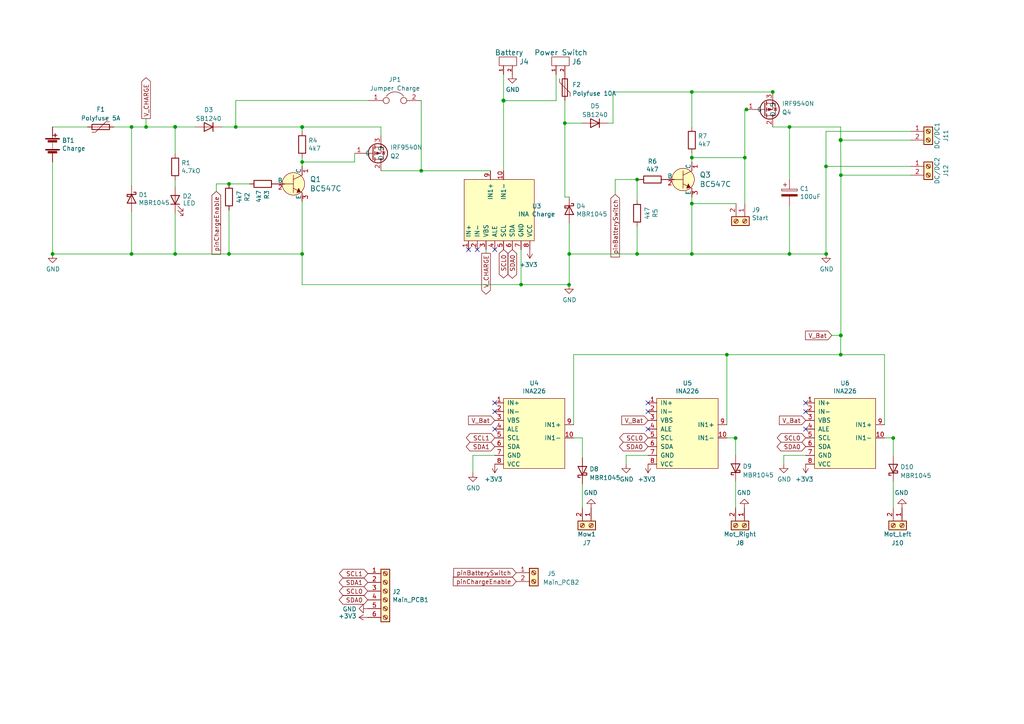
<source format=kicad_sch>
(kicad_sch (version 20211123) (generator eeschema)
  (paper "A4")
  (title_block (title "PowerPCB SMALL") (date "2024-02-08") (rev "v1.00") (comment 1 "Design by S.D") (comment 2 "Designed for TeensyMower/PiPicoMower"))
  (lib_symbols
    (symbol "Connector:Screw_Terminal_01x02" (pin_names (offset 1.016) hide)
      (property "Reference" "J" (at 0 2.54 0))
      (property "Value" "Screw_Terminal_01x02" (at 0 -5.08 0))
      (symbol "Screw_Terminal_01x02_1_1"
        (rectangle (start -1.27 1.27) (end 1.27 -3.81) (stroke (width 0.254)) (fill (type background)))
        (circle (center 0 -2.54) (radius 0.635) (stroke (width 0.1524)))
        (polyline (pts (xy -0.5334 -2.2098) (xy 0.3302 -3.048)) (stroke (width 0.1524)))
        (polyline (pts (xy -0.5334 0.3302) (xy 0.3302 -0.508)) (stroke (width 0.1524)))
        (polyline (pts (xy -0.3556 -2.032) (xy 0.508 -2.8702)) (stroke (width 0.1524)))
        (polyline (pts (xy -0.3556 0.508) (xy 0.508 -0.3302)) (stroke (width 0.1524)))
        (circle (center 0 0) (radius 0.635) (stroke (width 0.1524)))
        (pin passive line (at -5.08 0 0) (length 3.81) (name "Pin_1") (number "1"))
        (pin passive line (at -5.08 -2.54 0) (length 3.81) (name "Pin_2") (number "2"))
      )
    )
    (symbol "Connector:Screw_Terminal_01x06" (pin_names (offset 1.016) hide)
      (property "Reference" "J" (at 0 7.62 0))
      (property "Value" "Screw_Terminal_01x06" (at 0 -10.16 0))
      (symbol "Screw_Terminal_01x06_1_1"
        (rectangle (start -1.27 6.35) (end 1.27 -8.89) (stroke (width 0.254)) (fill (type background)))
        (circle (center 0 -7.62) (radius 0.635) (stroke (width 0.1524)))
        (circle (center 0 -5.08) (radius 0.635) (stroke (width 0.1524)))
        (circle (center 0 -2.54) (radius 0.635) (stroke (width 0.1524)))
        (polyline (pts (xy -0.5334 -7.2898) (xy 0.3302 -8.128)) (stroke (width 0.1524)))
        (polyline (pts (xy -0.5334 -4.7498) (xy 0.3302 -5.588)) (stroke (width 0.1524)))
        (polyline (pts (xy -0.5334 -2.2098) (xy 0.3302 -3.048)) (stroke (width 0.1524)))
        (polyline (pts (xy -0.5334 0.3302) (xy 0.3302 -0.508)) (stroke (width 0.1524)))
        (polyline (pts (xy -0.5334 2.8702) (xy 0.3302 2.032)) (stroke (width 0.1524)))
        (polyline (pts (xy -0.5334 5.4102) (xy 0.3302 4.572)) (stroke (width 0.1524)))
        (polyline (pts (xy -0.3556 -7.112) (xy 0.508 -7.9502)) (stroke (width 0.1524)))
        (polyline (pts (xy -0.3556 -4.572) (xy 0.508 -5.4102)) (stroke (width 0.1524)))
        (polyline (pts (xy -0.3556 -2.032) (xy 0.508 -2.8702)) (stroke (width 0.1524)))
        (polyline (pts (xy -0.3556 0.508) (xy 0.508 -0.3302)) (stroke (width 0.1524)))
        (polyline (pts (xy -0.3556 3.048) (xy 0.508 2.2098)) (stroke (width 0.1524)))
        (polyline (pts (xy -0.3556 5.588) (xy 0.508 4.7498)) (stroke (width 0.1524)))
        (circle (center 0 0) (radius 0.635) (stroke (width 0.1524)))
        (circle (center 0 2.54) (radius 0.635) (stroke (width 0.1524)))
        (circle (center 0 5.08) (radius 0.635) (stroke (width 0.1524)))
        (pin passive line (at -5.08 5.08 0) (length 3.81) (name "Pin_1") (number "1"))
        (pin passive line (at -5.08 2.54 0) (length 3.81) (name "Pin_2") (number "2"))
        (pin passive line (at -5.08 0 0) (length 3.81) (name "Pin_3") (number "3"))
        (pin passive line (at -5.08 -2.54 0) (length 3.81) (name "Pin_4") (number "4"))
        (pin passive line (at -5.08 -5.08 0) (length 3.81) (name "Pin_5") (number "5"))
        (pin passive line (at -5.08 -7.62 0) (length 3.81) (name "Pin_6") (number "6"))
      )
    )
    (symbol "Device:Battery" (pin_numbers hide) (pin_names (offset 0) hide)
      (property "Reference" "BT" (at 2.54 2.54 0))
      (property "Value" "Battery" (at 2.54 0 0))
      (symbol "Battery_0_1"
        (rectangle (start -2.032 -1.397) (end 2.032 -1.651) (fill (type outline)))
        (rectangle (start -2.032 1.778) (end 2.032 1.524) (fill (type outline)))
        (rectangle (start -1.3208 -1.9812) (end 1.27 -2.4892) (fill (type outline)))
        (rectangle (start -1.3208 1.1938) (end 1.27 0.6858) (fill (type outline)))
        (polyline (pts (xy 0 -1.524) (xy 0 -1.27)))
        (polyline (pts (xy 0 -1.016) (xy 0 -0.762)))
        (polyline (pts (xy 0 -0.508) (xy 0 -0.254)))
        (polyline (pts (xy 0 0) (xy 0 0.254)))
        (polyline (pts (xy 0 0.508) (xy 0 0.762)))
        (polyline (pts (xy 0 1.778) (xy 0 2.54)))
        (polyline (pts (xy 0.254 2.667) (xy 1.27 2.667)) (stroke (width 0.254)))
        (polyline (pts (xy 0.762 3.175) (xy 0.762 2.159)) (stroke (width 0.254)))
      )
      (symbol "Battery_1_1"
        (pin passive line (at 0 5.08 270) (length 2.54) (name "+") (number "1"))
        (pin passive line (at 0 -5.08 90) (length 2.54) (name "-") (number "2"))
      )
    )
    (symbol "Device:CP" (pin_numbers hide) (pin_names (offset 0.254))
      (property "Reference" "C" (at 0.635 2.54 0))
      (property "Value" "CP" (at 0.635 -2.54 0))
      (symbol "CP_0_1"
        (rectangle (start -2.286 0.508) (end 2.286 1.016))
        (polyline (pts (xy -1.778 2.286) (xy -0.762 2.286)))
        (polyline (pts (xy -1.27 2.794) (xy -1.27 1.778)))
        (rectangle (start 2.286 -0.508) (end -2.286 -1.016) (fill (type outline)))
      )
      (symbol "CP_1_1"
        (pin passive line (at 0 3.81 270) (length 2.794) (name "~") (number "1"))
        (pin passive line (at 0 -3.81 90) (length 2.794) (name "~") (number "2"))
      )
    )
    (symbol "Device:Jumper" (pin_names (offset 0.762) hide)
      (property "Reference" "JP" (at 0 3.81 0))
      (property "Value" "Jumper" (at 0 -2.032 0))
      (symbol "Jumper_0_1"
        (circle (center -2.54 0) (radius 0.889))
        (arc (start 2.5146 1.27) (mid 0.0078 2.5097) (end -2.4892 1.27))
        (circle (center 2.54 0) (radius 0.889))
        (pin passive line (at -7.62 0 0) (length 4.191) (name "1") (number "1"))
        (pin passive line (at 7.62 0 180) (length 4.191) (name "2") (number "2"))
      )
    )
    (symbol "Device:LED" (pin_numbers hide) (pin_names (offset 1.016) hide)
      (property "Reference" "D" (at 0 2.54 0))
      (property "Value" "LED" (at 0 -2.54 0))
      (symbol "LED_0_1"
        (polyline (pts (xy -1.27 -1.27) (xy -1.27 1.27)) (stroke (width 0.254)))
        (polyline (pts (xy -1.27 0) (xy 1.27 0)))
        (polyline (pts (xy 1.27 -1.27) (xy 1.27 1.27) (xy -1.27 0) (xy 1.27 -1.27)) (stroke (width 0.254)))
        (polyline (pts (xy -3.048 -0.762) (xy -4.572 -2.286) (xy -3.81 -2.286) (xy -4.572 -2.286) (xy -4.572 -1.524)))
        (polyline (pts (xy -1.778 -0.762) (xy -3.302 -2.286) (xy -2.54 -2.286) (xy -3.302 -2.286) (xy -3.302 -1.524)))
      )
      (symbol "LED_1_1"
        (pin passive line (at -3.81 0 0) (length 2.54) (name "K") (number "1"))
        (pin passive line (at 3.81 0 180) (length 2.54) (name "A") (number "2"))
      )
    )
    (symbol "Device:Polyfuse" (pin_numbers hide) (pin_names (offset 0))
      (property "Reference" "F" (at -2.54 0 90))
      (property "Value" "Polyfuse" (at 2.54 0 90))
      (symbol "Polyfuse_0_1"
        (rectangle (start -0.762 2.54) (end 0.762 -2.54) (stroke (width 0.254)))
        (polyline (pts (xy 0 2.54) (xy 0 -2.54)))
        (polyline (pts (xy -1.524 2.54) (xy -1.524 1.524) (xy 1.524 -1.524) (xy 1.524 -2.54)))
      )
      (symbol "Polyfuse_1_1"
        (pin passive line (at 0 3.81 270) (length 1.27) (name "~") (number "1"))
        (pin passive line (at 0 -3.81 90) (length 1.27) (name "~") (number "2"))
      )
    )
    (symbol "Device:R" (pin_numbers hide) (pin_names (offset 0))
      (property "Reference" "R" (at 2.032 0 90))
      (property "Value" "R" (at 0 0 90))
      (symbol "R_0_1"
        (rectangle (start -1.016 -2.54) (end 1.016 2.54) (stroke (width 0.254)))
      )
      (symbol "R_1_1"
        (pin passive line (at 0 3.81 270) (length 1.27) (name "~") (number "1"))
        (pin passive line (at 0 -3.81 90) (length 1.27) (name "~") (number "2"))
      )
    )
    (symbol "Diode:1N5401" (pin_numbers hide) (pin_names (offset 1.016) hide)
      (property "Reference" "D" (at 0 2.54 0))
      (property "Value" "1N5401" (at 0 -2.54 0))
      (symbol "1N5401_0_1"
        (polyline (pts (xy -1.27 1.27) (xy -1.27 -1.27)) (stroke (width 0.254)))
        (polyline (pts (xy 1.27 0) (xy -1.27 0)))
        (polyline (pts (xy 1.27 1.27) (xy 1.27 -1.27) (xy -1.27 0) (xy 1.27 1.27)) (stroke (width 0.254)))
      )
      (symbol "1N5401_1_1"
        (pin passive line (at -3.81 0 0) (length 2.54) (name "K") (number "1"))
        (pin passive line (at 3.81 0 180) (length 2.54) (name "A") (number "2"))
      )
    )
    (symbol "Diode:MBR735" (pin_numbers hide) (pin_names (offset 1.016) hide)
      (property "Reference" "D" (at 0 2.54 0))
      (property "Value" "MBR735" (at 0 -2.54 0))
      (symbol "MBR735_0_1"
        (polyline (pts (xy 1.27 0) (xy -1.27 0)))
        (polyline (pts (xy 1.27 1.27) (xy 1.27 -1.27) (xy -1.27 0) (xy 1.27 1.27)) (stroke (width 0.254)))
        (polyline (pts (xy -1.905 0.635) (xy -1.905 1.27) (xy -1.27 1.27) (xy -1.27 -1.27) (xy -0.635 -1.27) (xy -0.635 -0.635)) (stroke (width 0.254)))
      )
      (symbol "MBR735_1_1"
        (pin passive line (at -3.81 0 0) (length 2.54) (name "K") (number "1"))
        (pin passive line (at 3.81 0 180) (length 2.54) (name "A") (number "2"))
      )
    )
    (symbol "Diode:MBR745" (pin_numbers hide) (pin_names (offset 1.016) hide)
      (property "Reference" "D" (at 0 2.54 0))
      (property "Value" "MBR745" (at 0 -2.54 0))
      (symbol "MBR745_0_1"
        (polyline (pts (xy 1.27 0) (xy -1.27 0)))
        (polyline (pts (xy 1.27 1.27) (xy 1.27 -1.27) (xy -1.27 0) (xy 1.27 1.27)) (stroke (width 0.254)))
        (polyline (pts (xy -1.905 0.635) (xy -1.905 1.27) (xy -1.27 1.27) (xy -1.27 -1.27) (xy -0.635 -1.27) (xy -0.635 -0.635)) (stroke (width 0.254)))
      )
      (symbol "MBR745_1_1"
        (pin passive line (at -3.81 0 0) (length 2.54) (name "K") (number "1"))
        (pin passive line (at 3.81 0 180) (length 2.54) (name "A") (number "2"))
      )
    )
    (symbol "IRF9540N_2"
      (property "Reference" "Q" (at 5.08 1.905 0))
      (property "Value" "IRF9540N_2" (at 5.08 0 0))
      (symbol "IRF9540N_2_0_1"
        (polyline (pts (xy 0.254 0) (xy -2.54 0)))
        (polyline (pts (xy 0.254 1.905) (xy 0.254 -1.905)) (stroke (width 0.254)))
        (polyline (pts (xy 0.762 -1.27) (xy 0.762 -2.286)) (stroke (width 0.254)))
        (polyline (pts (xy 0.762 0.508) (xy 0.762 -0.508)) (stroke (width 0.254)))
        (polyline (pts (xy 0.762 2.286) (xy 0.762 1.27)) (stroke (width 0.254)))
        (polyline (pts (xy 2.54 2.54) (xy 2.54 1.778)))
        (polyline (pts (xy 2.54 -2.54) (xy 2.54 0) (xy 0.762 0)))
        (polyline (pts (xy 0.762 1.778) (xy 3.302 1.778) (xy 3.302 -1.778) (xy 0.762 -1.778)))
        (polyline (pts (xy 2.286 0) (xy 1.27 0.381) (xy 1.27 -0.381) (xy 2.286 0)) (fill (type outline)))
        (polyline (pts (xy 2.794 -0.508) (xy 2.921 -0.381) (xy 3.683 -0.381) (xy 3.81 -0.254)))
        (polyline (pts (xy 3.302 -0.381) (xy 2.921 0.254) (xy 3.683 0.254) (xy 3.302 -0.381)))
        (circle (center 1.651 0) (radius 2.794) (stroke (width 0.254)))
        (circle (center 2.54 -1.778) (radius 0.254) (fill (type outline)))
        (circle (center 2.54 1.778) (radius 0.254) (fill (type outline)))
      )
      (symbol "IRF9540N_2_1_1"
        (pin input line (at -5.08 0 0) (length 2.54) (name "G") (number "1"))
        (pin passive line (at 2.54 5.08 270) (length 2.54) (name "D") (number "2"))
        (pin passive line (at 2.54 -5.08 90) (length 2.54) (name "S") (number "3"))
      )
    )
    (symbol "Mechanical:MountingHole_Pad" (pin_numbers hide) (pin_names (offset 1.016) hide)
      (property "Reference" "H" (at 0 6.35 0))
      (property "Value" "MountingHole_Pad" (at 0 4.445 0))
      (symbol "MountingHole_Pad_0_1"
        (circle (center 0 1.27) (radius 1.27) (stroke (width 1.27)))
      )
      (symbol "MountingHole_Pad_1_1"
        (pin input line (at 0 -2.54 90) (length 2.54) (name "1") (number "1"))
      )
    )
    (symbol "charge_pcb-rescue:BC548BTA-dk_Transistors-Bipolar-BJT-Single-charge_pcb-rescue" (pin_names (offset 0))
      (property "Reference" "Q" (at -3.2004 4.2164 0))
      (property "Value" "BC548BTA-dk_Transistors-Bipolar-BJT-Single-charge_pcb-rescue" (at 5.2324 0 90))
      (symbol "BC548BTA-dk_Transistors-Bipolar-BJT-Single-charge_pcb-rescue_0_1"
        (polyline (pts (xy -3.81 0) (xy -2.54 0)))
        (polyline (pts (xy -3.556 0) (xy 0 0)))
        (polyline (pts (xy 0 -1.27) (xy 2.54 -2.54)))
        (polyline (pts (xy 0 1.27) (xy 2.54 2.54)))
        (polyline (pts (xy 0 2.54) (xy 0 -2.54)))
        (polyline (pts (xy 1.524 -1.27) (xy 2.032 -2.286) (xy 1.016 -2.54) (xy 1.524 -1.27)) (fill (type outline)))
        (circle (center 0 0) (radius 3.2512) (fill (type background)))
      )
      (symbol "BC548BTA-dk_Transistors-Bipolar-BJT-Single-charge_pcb-rescue_1_1"
        (pin passive line (at 2.54 5.08 270) (length 2.54) (name "C") (number "1"))
        (pin input line (at -5.08 0 0) (length 2.54) (name "B") (number "2"))
        (pin passive line (at 2.54 -5.08 90) (length 2.54) (name "E") (number "3"))
      )
    )
    (symbol "charge_pcb-rescue:GND-Lötpad_2,5mm-charge_pcb-rescue" (power) (pin_names (offset 0))
      (property "Value" "GND-Lötpad_2,5mm-charge_pcb-rescue" (at 0 -3.81 0))
      (symbol "GND-Lötpad_2,5mm-charge_pcb-rescue_0_1"
        (polyline (pts (xy 0 0) (xy 0 -1.27) (xy 1.27 -1.27) (xy 0 -2.54) (xy -1.27 -1.27) (xy 0 -1.27)))
      )
      (symbol "GND-Lötpad_2,5mm-charge_pcb-rescue_1_1"
        (pin power_in line (at 0 0 270) (length 0) hide (name "GND") (number "1"))
      )
    )
    (symbol "charge_pcb-rescue:HEADER_2-Zimprich-charge_pcb-rescue" (pin_names (offset 0))
      (property "Reference" "J" (at 0 3.81 0))
      (property "Value" "HEADER_2-Zimprich-charge_pcb-rescue" (at 0 -3.81 0))
      (symbol "HEADER_2-Zimprich-charge_pcb-rescue_0_1"
        (rectangle (start 2.54 2.54) (end 0 -2.54))
      )
      (symbol "HEADER_2-Zimprich-charge_pcb-rescue_1_1"
        (pin passive line (at -2.54 1.27 0) (length 2.54) (name "~") (number "1"))
        (pin passive line (at -2.54 -1.27 0) (length 2.54) (name "~") (number "2"))
      )
    )
    (symbol "charge_pcb-rescue:INA226-Sense_I2C" (pin_names (offset 1.016))
      (property "Reference" "U" (at 0 11.43 0))
      (property "Value" "INA226-Sense_I2C" (at 3.81 -6.35 0))
      (symbol "INA226-Sense_I2C_0_1"
        (rectangle (start 8.89 -10.16) (end -8.89 10.16) (fill (type background)))
      )
      (symbol "INA226-Sense_I2C_1_1"
        (pin input line (at -11.43 8.89 0) (length 2.54) (name "IN+") (number "1"))
        (pin input line (at 11.43 -1.27 180) (length 2.54) (name "IN1-") (number "10"))
        (pin input line (at -11.43 6.35 0) (length 2.54) (name "IN-") (number "2"))
        (pin input line (at -11.43 3.81 0) (length 2.54) (name "VBS") (number "3"))
        (pin input line (at -11.43 1.27 0) (length 2.54) (name "ALE") (number "4"))
        (pin bidirectional line (at -11.43 -1.27 0) (length 2.54) (name "SCL") (number "5"))
        (pin bidirectional line (at -11.43 -3.81 0) (length 2.54) (name "SDA") (number "6"))
        (pin input line (at -11.43 -6.35 0) (length 2.54) (name "GND") (number "7"))
        (pin input line (at -11.43 -8.89 0) (length 2.54) (name "VCC") (number "8"))
        (pin input line (at 11.43 2.54 180) (length 2.54) (name "IN1+") (number "9"))
      )
    )
    (symbol "power:+3.3V" (power) (pin_names (offset 0))
      (property "Value" "+3.3V" (at 0 3.556 0))
      (symbol "+3.3V_0_1"
        (polyline (pts (xy -0.762 1.27) (xy 0 2.54)))
        (polyline (pts (xy 0 0) (xy 0 2.54)))
        (polyline (pts (xy 0 2.54) (xy 0.762 1.27)))
      )
      (symbol "+3.3V_1_1"
        (pin power_in line (at 0 0 90) (length 0) hide (name "+3V3") (number "1"))
      )
    )
    (symbol "power:+3V3" (power) (pin_names (offset 0))
      (property "Value" "+3V3" (at 0 3.556 0))
      (symbol "+3V3_0_1"
        (polyline (pts (xy -0.762 1.27) (xy 0 2.54)))
        (polyline (pts (xy 0 0) (xy 0 2.54)))
        (polyline (pts (xy 0 2.54) (xy 0.762 1.27)))
      )
      (symbol "+3V3_1_1"
        (pin power_in line (at 0 0 90) (length 0) hide (name "+3V3") (number "1"))
      )
    )
    (symbol "power:GND" (power) (pin_names (offset 0))
      (property "Value" "GND" (at 0 -3.81 0))
      (symbol "GND_0_1"
        (polyline (pts (xy 0 0) (xy 0 -1.27) (xy 1.27 -1.27) (xy 0 -2.54) (xy -1.27 -1.27) (xy 0 -1.27)))
      )
      (symbol "GND_1_1"
        (pin power_in line (at 0 0 270) (length 0) hide (name "GND") (number "1"))
      )
    )
  )
  (junction (at 15.24 73.66))
  (junction (at 38.1508 73.66))
  (junction (at 213.36 127.0508))
  (junction (at 243.8908 97.282))
  (junction (at 42.3672 36.83))
  (junction (at 146.05 29.21))
  (junction (at 38.1508 36.83))
  (junction (at 210.82 102.87))
  (junction (at 66.421 73.66))
  (junction (at 200.66 45.72))
  (junction (at 200.66 26.67))
  (junction (at 165.1 73.66))
  (junction (at 87.63 73.66))
  (junction (at 145.9992 29.1592))
  (junction (at 165.0492 82.6008))
  (junction (at 87.63 36.83))
  (junction (at 216.5096 31.75))
  (junction (at 243.84 40.64))
  (junction (at 239.6236 73.66))
  (junction (at 87.63 46.99))
  (junction (at 239.5728 48.26))
  (junction (at 163.83 35.7124))
  (junction (at 68.3768 36.83))
  (junction (at 224.1296 26.67))
  (junction (at 66.421 53.34))
  (junction (at 259.08 127.0508))
  (junction (at 228.981 73.66))
  (junction (at 243.84 40.6908))
  (junction (at 243.8908 50.8))
  (junction (at 50.8 73.66))
  (junction (at 228.981 36.83))
  (junction (at 87.63 36.8808))
  (junction (at 243.84 40.5892))
  (junction (at 122.174 49.53))
  (junction (at 200.66 59.055))
  (junction (at 243.7892 40.5892))
  (junction (at 243.84 97.282))
  (junction (at 50.8 36.7792))
  (junction (at 184.785 52.07))
  (junction (at 216.027 45.72))
  (junction (at 50.8 36.83))
  (junction (at 151.13 82.55))
  (junction (at 243.84 102.87))
  (junction (at 146.05 29.1592))
  (junction (at 200.66 73.66))
  (junction (at 184.785 73.66))
  (no_connect (at 187.96 119.38))
  (no_connect (at 233.68 124.46))
  (no_connect (at 187.96 124.46))
  (no_connect (at 138.43 72.39))
  (no_connect (at 135.89 72.39))
  (no_connect (at 233.68 119.38))
  (no_connect (at 143.51 72.39))
  (no_connect (at 187.96 116.84))
  (no_connect (at 143.51 119.38))
  (no_connect (at 143.51 116.84))
  (no_connect (at 233.68 116.84))
  (no_connect (at 143.51 124.46))
  (wire (pts (xy 163.83 35.7124) (xy 168.7576 35.7124)))
  (wire (pts (xy 66.421 53.34) (xy 72.39 53.34)))
  (wire (pts (xy 66.421 60.96) (xy 66.421 73.66)))
  (wire (pts (xy 87.63 46.99) (xy 87.63 48.26)))
  (wire (pts (xy 210.82 127) (xy 213.36 127)))
  (wire (pts (xy 66.421 73.66) (xy 87.63 73.66)))
  (wire (pts (xy 184.785 52.07) (xy 178.435 52.07)))
  (wire (pts (xy 200.66 73.66) (xy 228.981 73.66)))
  (wire (pts (xy 87.63 82.55) (xy 151.13 82.55)))
  (wire (pts (xy 42.3672 36.83) (xy 50.8 36.83)))
  (wire (pts (xy 38.1508 53.848) (xy 38.1508 36.83)))
  (wire (pts (xy 243.8908 50.8) (xy 264.16 50.8)))
  (wire (pts (xy 243.84 40.64) (xy 243.84 40.6908)))
  (wire (pts (xy 33.02 36.83) (xy 38.1508 36.83)))
  (wire (pts (xy 64.3128 36.83) (xy 68.3768 36.83)))
  (wire (pts (xy 213.36 127.0508) (xy 213.36 131.9784)))
  (wire (pts (xy 163.83 29.21) (xy 163.83 35.7124)))
  (wire (pts (xy 166.37 102.87) (xy 210.82 102.87)))
  (wire (pts (xy 146.05 29.1592) (xy 146.05 29.21)))
  (wire (pts (xy 264.16 48.26) (xy 239.5728 48.26)))
  (wire (pts (xy 228.981 36.83) (xy 243.84 36.83)))
  (wire (pts (xy 15.24 73.66) (xy 38.1508 73.66)))
  (wire (pts (xy 50.8 36.83) (xy 56.6928 36.83)))
  (wire (pts (xy 87.63 36.83) (xy 110.49 36.83)))
  (wire (pts (xy 241.2492 97.282) (xy 243.84 97.282)))
  (wire (pts (xy 216.535 31.75) (xy 216.5096 31.75)))
  (wire (pts (xy 50.8 61.7728) (xy 50.8 73.66)))
  (wire (pts (xy 184.785 65.659) (xy 184.785 73.66)))
  (wire (pts (xy 200.66 26.67) (xy 200.66 36.83)))
  (wire (pts (xy 140.97 73.4568) (xy 140.97 72.39)))
  (wire (pts (xy 166.37 123.19) (xy 166.37 102.87)))
  (wire (pts (xy 200.66 57.15) (xy 200.66 59.055)))
  (wire (pts (xy 161.29 21.59) (xy 161.29 29.21)))
  (wire (pts (xy 87.63 46.99) (xy 102.87 46.99)))
  (wire (pts (xy 243.84 36.83) (xy 243.84 40.5892)))
  (wire (pts (xy 62.738 53.34) (xy 62.738 55.499)))
  (wire (pts (xy 200.66 44.45) (xy 200.66 45.72)))
  (wire (pts (xy 228.981 73.66) (xy 239.5728 73.66)))
  (wire (pts (xy 259.08 139.7508) (xy 259.08 147.32)))
  (wire (pts (xy 50.8 73.66) (xy 66.421 73.66)))
  (wire (pts (xy 168.91 127) (xy 168.91 132.7404)))
  (wire (pts (xy 200.66 45.72) (xy 216.027 45.72)))
  (wire (pts (xy 165.1 73.66) (xy 165.1 64.77)))
  (wire (pts (xy 38.1508 61.468) (xy 38.1508 73.66)))
  (wire (pts (xy 87.63 36.8808) (xy 87.63 38.1)))
  (wire (pts (xy 50.8 36.83) (xy 50.8 44.6024)))
  (wire (pts (xy 137.16 132.08) (xy 137.16 137.16)))
  (wire (pts (xy 177.8 35.7124) (xy 177.8 26.67)))
  (wire (pts (xy 151.13 72.39) (xy 151.13 82.55)))
  (wire (pts (xy 243.7892 40.5892) (xy 243.84 40.5892)))
  (wire (pts (xy 187.96 132.08) (xy 181.61 132.08)))
  (wire (pts (xy 213.36 127) (xy 213.36 127.0508)))
  (wire (pts (xy 181.61 132.08) (xy 181.61 134.62)))
  (wire (pts (xy 122.174 29.1592) (xy 122.174 49.53)))
  (wire (pts (xy 15.24 36.83) (xy 25.4 36.83)))
  (wire (pts (xy 143.51 132.08) (xy 137.16 132.08)))
  (wire (pts (xy 200.66 45.72) (xy 200.66 46.99)))
  (wire (pts (xy 243.84 40.5892) (xy 243.84 40.64)))
  (wire (pts (xy 38.1508 36.83) (xy 42.3672 36.83)))
  (wire (pts (xy 110.49 49.53) (xy 122.174 49.53)))
  (wire (pts (xy 165.1 73.66) (xy 184.785 73.66)))
  (wire (pts (xy 228.981 59.69) (xy 228.981 73.66)))
  (wire (pts (xy 216.027 45.72) (xy 216.027 59.055)))
  (wire (pts (xy 122.174 49.53) (xy 142.24 49.53)))
  (wire (pts (xy 224.1296 36.83) (xy 228.981 36.83)))
  (wire (pts (xy 68.3768 29.1592) (xy 106.934 29.1592)))
  (wire (pts (xy 87.63 45.72) (xy 87.63 46.99)))
  (wire (pts (xy 50.8 52.2224) (xy 50.8 54.1528)))
  (wire (pts (xy 200.66 59.055) (xy 200.66 73.66)))
  (wire (pts (xy 110.49 36.83) (xy 110.49 39.37)))
  (wire (pts (xy 259.08 127) (xy 259.08 127.0508)))
  (wire (pts (xy 216.027 31.75) (xy 216.027 45.72)))
  (wire (pts (xy 184.785 58.039) (xy 184.785 52.07)))
  (wire (pts (xy 38.1508 73.66) (xy 50.8 73.66)))
  (wire (pts (xy 228.981 52.07) (xy 228.981 36.83)))
  (wire (pts (xy 264.16 38.1) (xy 239.5728 38.1)))
  (wire (pts (xy 243.84 40.64) (xy 243.8908 50.8)))
  (wire (pts (xy 256.54 102.87) (xy 256.54 123.19)))
  (wire (pts (xy 210.82 123.19) (xy 210.82 102.87)))
  (wire (pts (xy 200.66 26.67) (xy 224.1296 26.67)))
  (wire (pts (xy 259.08 127.0508) (xy 259.08 132.1308)))
  (wire (pts (xy 233.68 132.08) (xy 227.33 132.08)))
  (wire (pts (xy 184.785 73.66) (xy 200.66 73.66)))
  (wire (pts (xy 224.1296 26.67) (xy 224.155 26.67)))
  (wire (pts (xy 256.54 127) (xy 259.08 127)))
  (wire (pts (xy 239.5728 48.26) (xy 239.5728 73.66)))
  (wire (pts (xy 243.84 102.87) (xy 256.54 102.87)))
  (wire (pts (xy 146.05 29.21) (xy 146.05 49.53)))
  (wire (pts (xy 243.84 40.64) (xy 264.16 40.64)))
  (wire (pts (xy 68.3768 36.83) (xy 68.3768 29.1592)))
  (wire (pts (xy 166.37 127) (xy 168.91 127)))
  (wire (pts (xy 213.487 59.055) (xy 200.66 59.055)))
  (wire (pts (xy 66.421 53.34) (xy 62.738 53.34)))
  (wire (pts (xy 243.84 97.282) (xy 243.84 102.87)))
  (wire (pts (xy 163.83 35.7124) (xy 163.83 57.15)))
  (wire (pts (xy 151.13 82.55) (xy 165.1 82.55)))
  (wire (pts (xy 145.9992 29.1592) (xy 146.05 29.1592)))
  (wire (pts (xy 177.8 26.67) (xy 200.66 26.67)))
  (wire (pts (xy 239.5728 38.1) (xy 239.5728 48.26)))
  (wire (pts (xy 87.63 73.66) (xy 87.63 58.42)))
  (wire (pts (xy 227.33 132.08) (xy 227.33 134.62)))
  (wire (pts (xy 146.05 21.59) (xy 146.05 29.1592)))
  (wire (pts (xy 168.91 140.3604) (xy 168.91 147.32)))
  (wire (pts (xy 243.8908 50.8) (xy 243.8908 97.282)))
  (wire (pts (xy 42.3672 34.3916) (xy 42.3672 36.83)))
  (wire (pts (xy 87.63 82.55) (xy 87.63 73.66)))
  (wire (pts (xy 185.42 52.07) (xy 184.785 52.07)))
  (wire (pts (xy 15.24 73.66) (xy 15.24 46.99)))
  (wire (pts (xy 161.29 29.21) (xy 146.05 29.21)))
  (wire (pts (xy 68.3768 36.83) (xy 87.63 36.83)))
  (wire (pts (xy 178.435 52.07) (xy 178.435 56.388)))
  (wire (pts (xy 50.8 36.83) (xy 50.8 36.7792)))
  (wire (pts (xy 176.3776 35.7124) (xy 177.8 35.7124)))
  (wire (pts (xy 213.36 139.5984) (xy 213.36 147.32)))
  (wire (pts (xy 102.87 46.99) (xy 102.87 44.45)))
  (wire (pts (xy 216.5096 31.75) (xy 216.027 31.75)))
  (wire (pts (xy 87.63 36.83) (xy 87.63 36.8808)))
  (wire (pts (xy 243.84 102.87) (xy 210.82 102.87)))
  (wire (pts (xy 243.8908 97.282) (xy 243.84 97.282)))
  (wire (pts (xy 163.83 57.15) (xy 165.1 57.15)))
  (wire (pts (xy 165.1 82.55) (xy 165.1 73.66)))
  (global_label "SDA1" (shape bidirectional) (at 106.68 168.91 180) (property "Intersheet References" "${INTERSHEET_REFS}" (effects hide)))
  (global_label "V_CHARGE" (shape output) (at 140.97 73.4568 270) (property "Intersheet References" "${INTERSHEET_REFS}" (effects hide)))
  (global_label "SCL1" (shape bidirectional) (at 143.51 127 180) (property "Intersheet References" "${INTERSHEET_REFS}" (effects hide)))
  (global_label "pinChargeEnable" (shape input) (at 149.733 168.656 180) (property "Intersheet References" "${INTERSHEET_REFS}" (effects hide)))
  (global_label "SDA0" (shape bidirectional) (at 106.68 173.99 180) (property "Intersheet References" "${INTERSHEET_REFS}" (effects hide)))
  (global_label "pinChargeEnable" (shape input) (at 62.738 55.499 270) (property "Intersheet References" "${INTERSHEET_REFS}" (effects hide)))
  (global_label "SDA1" (shape bidirectional) (at 143.51 129.54 180) (property "Intersheet References" "${INTERSHEET_REFS}" (effects hide)))
  (global_label "SCL0" (shape bidirectional) (at 106.68 171.45 180) (property "Intersheet References" "${INTERSHEET_REFS}" (effects hide)))
  (global_label "SCL0" (shape bidirectional) (at 187.96 127 180) (property "Intersheet References" "${INTERSHEET_REFS}" (effects hide)))
  (global_label "SDA0" (shape bidirectional) (at 233.68 129.54 180) (property "Intersheet References" "${INTERSHEET_REFS}" (effects hide)))
  (global_label "V_Bat" (shape input) (at 143.51 121.92 180) (property "Intersheet References" "${INTERSHEET_REFS}" (effects hide)))
  (global_label "pinBatterySwitch" (shape input) (at 149.733 166.116 180) (property "Intersheet References" "${INTERSHEET_REFS}" (effects hide)))
  (global_label "SDA0" (shape bidirectional) (at 148.59 72.39 270) (property "Intersheet References" "${INTERSHEET_REFS}" (effects hide)))
  (global_label "SCL1" (shape bidirectional) (at 106.68 166.37 180) (property "Intersheet References" "${INTERSHEET_REFS}" (effects hide)))
  (global_label "V_Bat" (shape input) (at 241.2492 97.282 180) (property "Intersheet References" "${INTERSHEET_REFS}" (effects hide)))
  (global_label "SDA0" (shape bidirectional) (at 187.96 129.54 180) (property "Intersheet References" "${INTERSHEET_REFS}" (effects hide)))
  (global_label "pinBatterySwitch" (shape input) (at 178.435 56.388 270) (property "Intersheet References" "${INTERSHEET_REFS}" (effects hide)))
  (global_label "V_Bat" (shape input) (at 233.68 121.92 180) (property "Intersheet References" "${INTERSHEET_REFS}" (effects hide)))
  (global_label "SCL0" (shape bidirectional) (at 233.68 127 180) (property "Intersheet References" "${INTERSHEET_REFS}" (effects hide)))
  (global_label "SCL0" (shape bidirectional) (at 146.05 72.39 270) (property "Intersheet References" "${INTERSHEET_REFS}" (effects hide)))
  (global_label "V_Bat" (shape input) (at 187.96 121.92 180) (property "Intersheet References" "${INTERSHEET_REFS}" (effects hide)))
  (global_label "V_CHARGE" (shape output) (at 42.3672 34.3916 90) (property "Intersheet References" "${INTERSHEET_REFS}" (effects hide)))
  (symbol (lib_id "Diode:MBR745") (at 38.1508 57.658 270) (unit 1)
    (property "Reference" "D1" (at 40.1828 56.4896 90) (effects (justify left)))
    (property "Value" "MBR1045" (at 40.1828 58.801 90) (effects (justify left)))
    (property "Footprint" "Package_TO_SOT_THT:TO-220-2_Vertical" (effects hide))
    (property "Datasheet" "http://www.onsemi.com/pub_link/Collateral/MBR735-D.PDF" (effects hide))
  )
  (symbol (lib_id "Device:Battery") (at 15.24 41.91 0) (unit 1)
    (property "Reference" "BT1" (at 17.9832 40.7416 0) (effects (justify left)))
    (property "Value" "Charge" (at 17.9832 43.053 0) (effects (justify left)))
    (property "Footprint" "Zimprich:Anschlussklemme_2P_RM5,08" (effects hide))
  )
  (symbol (lib_id "charge_pcb-rescue:BC548BTA-dk_Transistors-Bipolar-BJT-Single-charge_pcb-rescue") (at 85.09 53.34 0) (unit 1)
    (property "Reference" "Q1" (at 89.8652 51.9938 0) (effects (font (size 1.524 1.524)) (justify left)))
    (property "Value" "BC547C" (at 89.8652 54.6862 0) (effects (font (size 1.524 1.524)) (justify left)))
    (property "Footprint" "digikey-footprints:TO-92-3_Formed_Leads" (effects hide))
    (property "Datasheet" "https://media.digikey.com/pdf/Data%20Sheets/ON%20Semiconductor%20PDFs/BC546-50.pdf" (effects hide))
    (property "Digi-Key_PN" "BC548BTACT-ND" (effects hide))
    (property "MPN" "BC548BTA" (effects hide))
    (property "Category" "Discrete Semiconductor Products" (effects hide))
    (property "Family" "Transistors - Bipolar (BJT) - Single" (effects hide))
    (property "DK_Datasheet_Link" "https://media.digikey.com/pdf/Data%20Sheets/ON%20Semiconductor%20PDFs/BC546-50.pdf" (effects hide))
    (property "DK_Detail_Page" "/product-detail/en/on-semiconductor/BC548BTA/BC548BTACT-ND/4553029" (effects hide))
    (property "Description" "TRANS NPN 30V 0.1A TO-92" (effects hide))
    (property "Manufacturer" "ON Semiconductor" (effects hide))
    (property "Status" "Active" (effects hide))
  )
  (symbol (lib_id "Device:R") (at 87.63 41.91 0) (unit 1)
    (property "Reference" "R4" (at 89.408 40.7416 0) (effects (justify left)))
    (property "Value" "4k7" (at 89.408 43.053 0) (effects (justify left)))
    (property "Footprint" "Resistor_THT:R_Axial_DIN0207_L6.3mm_D2.5mm_P7.62mm_Horizontal" (effects hide))
  )
  (symbol (lib_id "Device:R") (at 76.2 53.34 270) (unit 1)
    (property "Reference" "R3" (at 77.3684 55.118 0) (effects (justify left)))
    (property "Value" "4k7" (at 75.057 55.118 0) (effects (justify left)))
    (property "Footprint" "Resistor_THT:R_Axial_DIN0207_L6.3mm_D2.5mm_P7.62mm_Horizontal" (effects hide))
  )
  (symbol (lib_id "charge_pcb-rescue:HEADER_2-Zimprich-charge_pcb-rescue") (at 162.56 19.05 90) (unit 1)
    (property "Reference" "J6" (at 165.8112 17.907 90) (effects (font (size 1.524 1.524)) (justify right)))
    (property "Value" "Power Switch" (at 154.94 15.24 90) (effects (font (size 1.524 1.524)) (justify right)))
    (property "Footprint" "TerminalBlock:TerminalBlock_bornier-2_P5.08mm" (effects hide))
  )
  (symbol (lib_id "charge_pcb-rescue:HEADER_2-Zimprich-charge_pcb-rescue") (at 147.32 19.05 90) (unit 1)
    (property "Reference" "J4" (at 150.5712 17.907 90) (effects (font (size 1.524 1.524)) (justify right)))
    (property "Value" "Battery" (at 143.51 15.24 90) (effects (font (size 1.524 1.524)) (justify right)))
    (property "Footprint" "TerminalBlock:TerminalBlock_bornier-2_P5.08mm" (effects hide))
  )
  (symbol (lib_id "Device:R") (at 50.8 48.4124 0) (unit 1)
    (property "Reference" "R1" (at 52.578 47.244 0) (effects (justify left)))
    (property "Value" "4.7kO" (at 52.578 49.5554 0) (effects (justify left)))
    (property "Footprint" "Resistor_THT:R_Axial_DIN0207_L6.3mm_D2.5mm_P7.62mm_Horizontal" (effects hide))
  )
  (symbol (lib_id "power:GND") (at 148.59 21.59 0) (unit 1)
    (property "Reference" "#PWR012" (effects hide))
    (property "Value" "GND" (at 148.717 25.9842 0))
  )
  (symbol (lib_id "Diode:MBR745") (at 165.1 60.96 270) (unit 1)
    (property "Reference" "D4" (at 167.132 59.7916 90) (effects (justify left)))
    (property "Value" "MBR1045" (at 167.132 62.103 90) (effects (justify left)))
    (property "Footprint" "Package_TO_SOT_THT:TO-220-2_Vertical" (effects hide))
    (property "Datasheet" "http://www.onsemi.com/pub_link/Collateral/MBR735-D.PDF" (effects hide))
  )
  (symbol (lib_id "charge_pcb-rescue:BC548BTA-dk_Transistors-Bipolar-BJT-Single-charge_pcb-rescue") (at 198.12 52.07 0) (unit 1)
    (property "Reference" "Q3" (at 202.8952 50.7238 0) (effects (font (size 1.524 1.524)) (justify left)))
    (property "Value" "BC547C" (at 202.8952 53.4162 0) (effects (font (size 1.524 1.524)) (justify left)))
    (property "Footprint" "digikey-footprints:TO-92-3_Formed_Leads" (effects hide))
    (property "Datasheet" "https://media.digikey.com/pdf/Data%20Sheets/ON%20Semiconductor%20PDFs/BC546-50.pdf" (effects hide))
    (property "Digi-Key_PN" "BC548BTACT-ND" (effects hide))
    (property "MPN" "BC548BTA" (effects hide))
    (property "Category" "Discrete Semiconductor Products" (effects hide))
    (property "Family" "Transistors - Bipolar (BJT) - Single" (effects hide))
    (property "DK_Datasheet_Link" "https://media.digikey.com/pdf/Data%20Sheets/ON%20Semiconductor%20PDFs/BC546-50.pdf" (effects hide))
    (property "DK_Detail_Page" "/product-detail/en/on-semiconductor/BC548BTA/BC548BTACT-ND/4553029" (effects hide))
    (property "Description" "TRANS NPN 30V 0.1A TO-92" (effects hide))
    (property "Manufacturer" "ON Semiconductor" (effects hide))
    (property "Status" "Active" (effects hide))
  )
  (symbol (lib_id "Mechanical:MountingHole_Pad") (at 300.99 13.97 0) (unit 1)
    (property "Reference" "H1" (at 303.53 12.7254 0) (effects (justify left)))
    (property "Value" "MountingHole_Pad" (at 303.53 15.0368 0) (effects (justify left)))
    (property "Footprint" "MountingHole:MountingHole_3.2mm_M3_DIN965_Pad_TopBottom" (effects hide))
  )
  (symbol (lib_id "Device:LED") (at 50.8 57.9628 90) (unit 1)
    (property "Reference" "D2" (at 52.9336 56.896 90) (effects (justify right)))
    (property "Value" "LED" (at 53.0352 58.928 90) (effects (justify right)))
    (property "Footprint" "LED_THT:LED_D1.8mm_W3.3mm_H2.4mm" (effects hide))
  )
  (symbol (lib_id "Device:R") (at 189.23 52.07 90) (unit 1)
    (property "Reference" "R6" (at 189.23 46.8122 90))
    (property "Value" "4k7" (at 189.23 49.1236 90))
    (property "Footprint" "Resistor_THT:R_Axial_DIN0207_L6.3mm_D2.5mm_P7.62mm_Horizontal" (effects hide))
  )
  (symbol (lib_id "Mechanical:MountingHole_Pad") (at 300.99 26.67 0) (unit 1)
    (property "Reference" "H2" (at 303.53 25.4254 0) (effects (justify left)))
    (property "Value" "MountingHole_Pad" (at 303.53 27.7368 0) (effects (justify left)))
    (property "Footprint" "MountingHole:MountingHole_3.2mm_M3_DIN965_Pad_TopBottom" (effects hide))
  )
  (symbol (lib_id "Mechanical:MountingHole_Pad") (at 300.99 39.37 0) (unit 1)
    (property "Reference" "H3" (at 303.53 38.1254 0) (effects (justify left)))
    (property "Value" "MountingHole_Pad" (at 303.53 40.4368 0) (effects (justify left)))
    (property "Footprint" "MountingHole:MountingHole_3.2mm_M3_DIN965_Pad_TopBottom" (effects hide))
  )
  (symbol (lib_id "Mechanical:MountingHole_Pad") (at 300.99 50.8 0) (unit 1)
    (property "Reference" "H4" (at 303.53 49.5554 0) (effects (justify left)))
    (property "Value" "MountingHole_Pad" (at 303.53 51.8668 0) (effects (justify left)))
    (property "Footprint" "MountingHole:MountingHole_3.2mm_M3_DIN965_Pad_TopBottom" (effects hide))
  )
  (symbol (lib_id "charge_pcb-rescue:GND-Lötpad_2,5mm-charge_pcb-rescue") (at 300.99 16.51 0) (unit 1)
    (property "Reference" "#PWR023" (effects hide))
    (property "Value" "GND" (at 301.117 21.1074 0) (effects (font (size 1.524 1.524))))
  )
  (symbol (lib_id "Device:R") (at 200.66 40.64 0) (unit 1)
    (property "Reference" "R7" (at 202.438 39.4716 0) (effects (justify left)))
    (property "Value" "4k7" (at 202.438 41.783 0) (effects (justify left)))
    (property "Footprint" "Resistor_THT:R_Axial_DIN0207_L6.3mm_D2.5mm_P7.62mm_Horizontal" (effects hide))
  )
  (symbol (lib_id "charge_pcb-rescue:GND-Lötpad_2,5mm-charge_pcb-rescue") (at 300.99 29.21 0) (unit 1)
    (property "Reference" "#PWR024" (effects hide))
    (property "Value" "GND" (at 301.117 33.8074 0) (effects (font (size 1.524 1.524))))
  )
  (symbol (lib_id "charge_pcb-rescue:GND-Lötpad_2,5mm-charge_pcb-rescue") (at 300.99 41.91 0) (unit 1)
    (property "Reference" "#PWR025" (effects hide))
    (property "Value" "GND" (at 301.117 46.5074 0) (effects (font (size 1.524 1.524))))
  )
  (symbol (lib_id "charge_pcb-rescue:GND-Lötpad_2,5mm-charge_pcb-rescue") (at 300.99 53.34 0) (unit 1)
    (property "Reference" "#PWR026" (effects hide))
    (property "Value" "GND" (at 301.117 57.9374 0) (effects (font (size 1.524 1.524))))
  )
  (symbol (lib_id "Device:CP") (at 228.981 55.88 0) (unit 1)
    (property "Reference" "C1" (at 231.9782 54.7116 0) (effects (justify left)))
    (property "Value" "100uF" (at 231.9782 57.023 0) (effects (justify left)))
    (property "Footprint" "Zimprich:Elko_vert_11.2x6.3mm_RM2.5" (effects hide))
  )
  (symbol (lib_id "Connector:Screw_Terminal_01x02") (at 154.813 166.116 0) (unit 1)
    (property "Reference" "J5" (at 158.75 166.37 0) (effects (justify left)))
    (property "Value" "Main_PCB2" (at 157.48 168.91 0) (effects (justify left)))
    (property "Footprint" "Connector_JST:JST_XH_B2B-XH-A_1x02_P2.50mm_Vertical" (effects hide))
  )
  (symbol (lib_id "Connector:Screw_Terminal_01x02") (at 216.027 64.135 270) (unit 1)
    (property "Reference" "J9" (at 218.059 60.8838 90) (effects (justify left)))
    (property "Value" "Start" (at 218.059 63.1952 90) (effects (justify left)))
    (property "Footprint" "Connector_JST:JST_XH_B2B-XH-A_1x02_P2.50mm_Vertical" (effects hide))
  )
  (symbol (lib_id "Device:R") (at 184.785 61.849 0) (unit 1)
    (property "Reference" "R5" (at 190.0428 61.849 90))
    (property "Value" "4k7" (at 187.7314 61.849 90))
    (property "Footprint" "Resistor_THT:R_Axial_DIN0207_L6.3mm_D2.5mm_P7.62mm_Horizontal" (effects hide))
  )
  (symbol (lib_id "Device:R") (at 66.421 57.15 0) (unit 1)
    (property "Reference" "R2" (at 71.6788 57.15 90))
    (property "Value" "4k7" (at 69.3674 57.15 90))
    (property "Footprint" "Resistor_THT:R_Axial_DIN0207_L6.3mm_D2.5mm_P7.62mm_Horizontal" (effects hide))
  )
  (symbol (lib_id "charge_pcb-rescue:INA226-Sense_I2C") (at 144.78 60.96 90) (unit 1)
    (property "Reference" "U3" (at 155.6512 59.7916 90))
    (property "Value" "INA Charge" (at 155.6512 62.103 90))
    (property "Footprint" "Current_sense:INA226" (effects hide))
  )
  (symbol (lib_id "power:+3.3V") (at 153.67 72.39 180) (unit 1)
    (property "Reference" "#PWR013" (effects hide))
    (property "Value" "+3.3V" (at 153.289 76.7842 0))
  )
  (symbol (lib_id "charge_pcb-rescue:INA226-Sense_I2C") (at 245.11 125.73 0) (unit 1)
    (property "Reference" "U6" (at 245.11 111.125 0))
    (property "Value" "INA226" (at 245.11 113.4364 0))
    (property "Footprint" "Current_sense:INA226" (effects hide))
  )
  (symbol (lib_id "Connector:Screw_Terminal_01x02") (at 261.62 152.4 270) (unit 1)
    (property "Reference" "J10" (at 260.35 157.48 90))
    (property "Value" "Mot_Left" (at 260.35 154.94 90))
    (property "Footprint" "TerminalBlock:TerminalBlock_bornier-2_P5.08mm" (effects hide))
  )
  (symbol (lib_id "power:GND") (at 261.62 147.32 180) (unit 1)
    (property "Reference" "#PWR022" (effects hide))
    (property "Value" "GND" (at 261.493 142.9258 0))
  )
  (symbol (lib_id "power:GND") (at 227.33 134.62 0) (unit 1)
    (property "Reference" "#PWR019" (effects hide))
    (property "Value" "GND" (at 227.457 139.0142 0))
  )
  (symbol (lib_id "power:+3.3V") (at 233.68 134.62 180) (unit 1)
    (property "Reference" "#PWR020" (effects hide))
    (property "Value" "+3.3V" (at 233.299 139.0142 0))
  )
  (symbol (lib_id "charge_pcb-rescue:INA226-Sense_I2C") (at 199.39 125.73 0) (unit 1)
    (property "Reference" "U5" (at 199.39 111.125 0))
    (property "Value" "INA226" (at 199.39 113.4364 0))
    (property "Footprint" "Current_sense:INA226" (effects hide))
  )
  (symbol (lib_id "Connector:Screw_Terminal_01x02") (at 215.9 152.4 270) (unit 1)
    (property "Reference" "J8" (at 214.63 157.48 90))
    (property "Value" "Mot_Right" (at 214.63 154.94 90))
    (property "Footprint" "TerminalBlock:TerminalBlock_bornier-2_P5.08mm" (effects hide))
  )
  (symbol (lib_id "power:GND") (at 215.9 147.32 180) (unit 1)
    (property "Reference" "#PWR018" (effects hide))
    (property "Value" "GND" (at 215.773 142.9258 0))
  )
  (symbol (lib_id "power:GND") (at 181.61 134.62 0) (unit 1)
    (property "Reference" "#PWR016" (effects hide))
    (property "Value" "GND" (at 181.737 139.0142 0))
  )
  (symbol (lib_id "power:+3.3V") (at 187.96 134.62 180) (unit 1)
    (property "Reference" "#PWR017" (effects hide))
    (property "Value" "+3.3V" (at 187.579 139.0142 0))
  )
  (symbol (lib_id "charge_pcb-rescue:INA226-Sense_I2C") (at 154.94 125.73 0) (unit 1)
    (property "Reference" "U4" (at 154.94 111.125 0))
    (property "Value" "INA226" (at 154.94 113.4364 0))
    (property "Footprint" "Current_sense:INA226" (effects hide))
  )
  (symbol (lib_id "Connector:Screw_Terminal_01x02") (at 171.45 152.4 270) (unit 1)
    (property "Reference" "J7" (at 170.18 157.48 90))
    (property "Value" "Mow1" (at 170.18 154.94 90))
    (property "Footprint" "TerminalBlock:TerminalBlock_bornier-2_P5.08mm" (effects hide))
  )
  (symbol (lib_id "power:GND") (at 171.45 147.32 180) (unit 1)
    (property "Reference" "#PWR015" (effects hide))
    (property "Value" "GND" (at 171.323 142.9258 0))
  )
  (symbol (lib_id "power:GND") (at 137.16 137.16 0) (unit 1)
    (property "Reference" "#PWR010" (effects hide))
    (property "Value" "GND" (at 137.287 141.5542 0))
  )
  (symbol (lib_id "power:+3.3V") (at 143.51 134.62 180) (unit 1)
    (property "Reference" "#PWR011" (effects hide))
    (property "Value" "+3.3V" (at 143.129 139.0142 0))
  )
  (symbol (lib_id "Connector:Screw_Terminal_01x06") (at 111.76 171.45 0) (unit 1)
    (property "Reference" "J2" (at 113.792 171.6532 0) (effects (justify left)))
    (property "Value" "Main_PCB1" (at 113.792 173.9646 0) (effects (justify left)))
    (property "Footprint" "Connector_JST:JST_XH_B6B-XH-A_1x06_P2.50mm_Vertical" (effects hide))
  )
  (symbol (lib_id "power:+3V3") (at 106.68 179.07 90) (unit 1)
    (property "Reference" "#PWR08" (effects hide))
    (property "Value" "+3V3" (at 103.4288 178.689 90) (effects (justify left)))
  )
  (symbol (lib_id "power:GND") (at 106.68 176.53 270) (unit 1)
    (property "Reference" "#PWR07" (effects hide))
    (property "Value" "GND" (at 103.4288 176.657 90) (effects (justify right)))
  )
  (symbol (lib_id "Connector:Screw_Terminal_01x02") (at 269.24 38.1 0) (unit 1)
    (property "Reference" "J11" (at 274.32 39.37 90))
    (property "Value" "DC/DC1" (at 271.78 39.37 90))
    (property "Footprint" "TerminalBlock:TerminalBlock_bornier-2_P5.08mm" (effects hide))
  )
  (symbol (lib_id "Connector:Screw_Terminal_01x02") (at 269.24 48.26 0) (unit 1)
    (property "Reference" "J12" (at 274.32 49.53 90))
    (property "Value" "DC/DC2" (at 271.78 49.53 90))
    (property "Footprint" "TerminalBlock:TerminalBlock_bornier-2_P5.08mm" (effects hide))
  )
  (symbol (lib_name "IRF9540N_2") (lib_id "Transistor_FET:IRF9540N") (at 107.95 44.45 0) (mirror x) (unit 1)
    (property "Reference" "Q2" (at 113.157 45.2847 0) (effects (justify left)))
    (property "Value" "IRF9540N" (at 113.157 42.7478 0) (effects (justify left)))
    (property "Footprint" "Package_TO_SOT_THT:TO-220-3_Vertical" (effects hide))
    (property "Datasheet" "http://www.irf.com/product-info/datasheets/data/irf9540n.pdf" (effects hide))
  )
  (symbol (lib_id "Diode:1N5401") (at 60.5028 36.83 180) (unit 1)
    (property "Reference" "D3" (at 60.5028 31.8602 0))
    (property "Value" "SB1240" (at 60.5028 34.3971 0))
    (property "Footprint" "Diode_THT:D_DO-41_SOD81_P10.16mm_Horizontal" (effects hide))
    (property "Datasheet" "http://www.vishay.com/docs/88516/1n5400.pdf" (effects hide))
  )
  (symbol (lib_id "Diode:MBR735") (at 168.91 136.5504 90) (unit 1)
    (property "Reference" "D8" (at 170.942 136.0332 90) (effects (justify right)))
    (property "Value" "MBR1045" (at 170.942 138.5701 90) (effects (justify right)))
    (property "Footprint" "Package_TO_SOT_THT:TO-220-2_Vertical" (effects hide))
    (property "Datasheet" "http://www.onsemi.com/pub_link/Collateral/MBR735-D.PDF" (effects hide))
  )
  (symbol (lib_id "Device:Polyfuse") (at 29.21 36.83 270) (unit 1)
    (property "Reference" "F1" (at 29.21 31.7332 90))
    (property "Value" "Polyfuse 5A" (at 29.21 34.2701 90))
    (property "Footprint" "Fuse:Fuse_Littelfuse-LVR100" (effects hide))
  )
  (symbol (lib_id "power:GND") (at 15.24 73.66 0) (unit 1)
    (property "Reference" "#PWR01" (effects hide))
    (property "Value" "GND" (at 15.367 78.0542 0))
  )
  (symbol (lib_id "Diode:MBR735") (at 213.36 135.7884 90) (unit 1)
    (property "Reference" "D9" (at 215.392 135.2712 90) (effects (justify right)))
    (property "Value" "MBR1045" (at 215.392 137.8081 90) (effects (justify right)))
    (property "Footprint" "Package_TO_SOT_THT:TO-220-2_Vertical" (effects hide))
    (property "Datasheet" "http://www.onsemi.com/pub_link/Collateral/MBR735-D.PDF" (effects hide))
  )
  (symbol (lib_id "Diode:MBR735") (at 259.08 135.9408 90) (unit 1)
    (property "Reference" "D10" (at 261.112 135.4236 90) (effects (justify right)))
    (property "Value" "MBR1045" (at 261.112 137.9605 90) (effects (justify right)))
    (property "Footprint" "Package_TO_SOT_THT:TO-220-2_Vertical" (effects hide))
    (property "Datasheet" "http://www.onsemi.com/pub_link/Collateral/MBR735-D.PDF" (effects hide))
  )
  (symbol (lib_id "Device:Polyfuse") (at 163.83 25.4 180) (unit 1)
    (property "Reference" "F2" (at 165.989 24.5653 0) (effects (justify right)))
    (property "Value" "Polyfuse 10A" (at 165.989 27.1022 0) (effects (justify right)))
    (property "Footprint" "Fuse:Fuse_Littelfuse-LVR100" (effects hide))
  )
  (symbol (lib_name "IRF9540N_2") (lib_id "Transistor_FET:IRF9540N") (at 221.5896 31.75 0) (mirror x) (unit 1)
    (property "Reference" "Q4" (at 226.7966 32.5847 0) (effects (justify left)))
    (property "Value" "IRF9540N" (at 226.7966 30.0478 0) (effects (justify left)))
    (property "Footprint" "Package_TO_SOT_THT:TO-220-3_Vertical" (effects hide))
    (property "Datasheet" "http://www.irf.com/product-info/datasheets/data/irf9540n.pdf" (effects hide))
  )
  (symbol (lib_id "power:GND") (at 239.6236 73.66 0) (unit 1)
    (property "Reference" "#PWR021" (effects hide))
    (property "Value" "GND" (at 239.7506 78.0542 0))
  )
  (symbol (lib_id "Device:Jumper") (at 114.554 29.1592 0) (unit 1)
    (property "Reference" "JP1" (at 114.554 23.0767 0))
    (property "Value" "Jumper Charge" (at 114.554 25.6136 0))
    (property "Footprint" "Connector_PinHeader_2.54mm:PinHeader_1x02_P2.54mm_Vertical" (effects hide))
  )
  (symbol (lib_id "Diode:1N5401") (at 172.5676 35.7124 180) (unit 1)
    (property "Reference" "D5" (at 172.5676 30.7426 0))
    (property "Value" "SB1240" (at 172.5676 33.2795 0))
    (property "Footprint" "Diode_THT:D_DO-41_SOD81_P10.16mm_Horizontal" (effects hide))
    (property "Datasheet" "http://www.vishay.com/docs/88516/1n5400.pdf" (effects hide))
  )
  (symbol (lib_id "power:GND") (at 165.0492 82.6008 0) (unit 1)
    (property "Reference" "#PWR014" (effects hide))
    (property "Value" "GND" (at 165.1762 86.995 0))
  )
)
</source>
